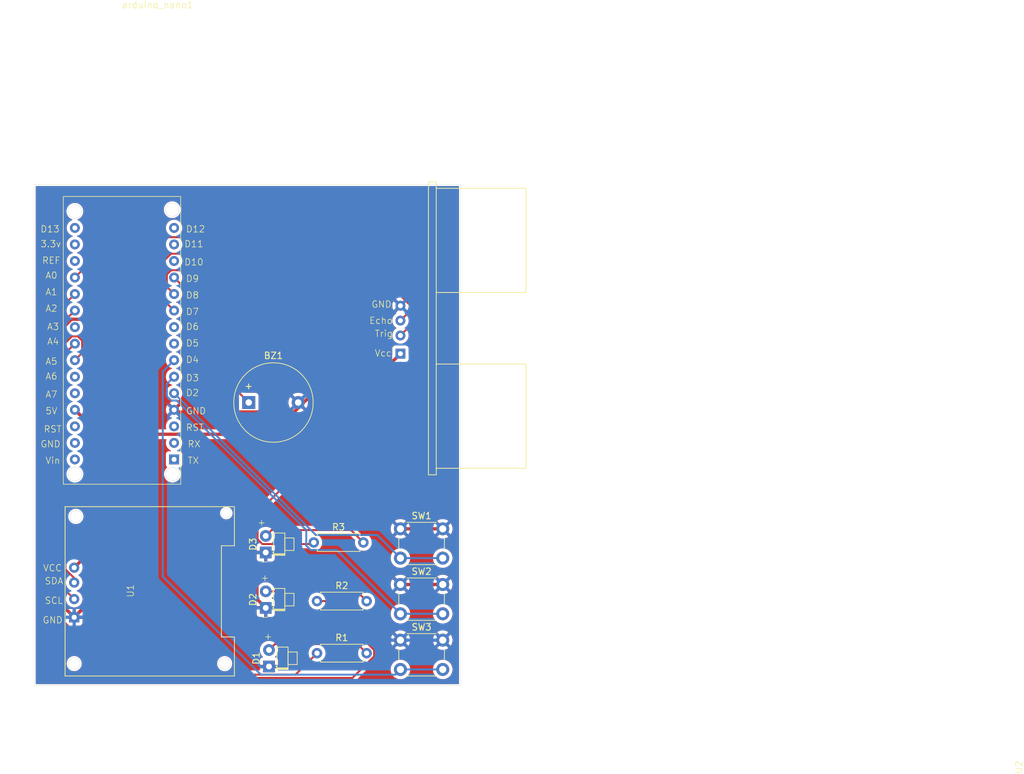
<source format=kicad_pcb>
(kicad_pcb (version 20240108) (generator "pcbnew") (generator_version "8.0")
  (layers (0 "F.Cu" signal) (31 "B.Cu" signal) (34 "B.Paste" user) (35 "F.Paste" user) (36 "B.SilkS" user "B.Silkscreen") (37 "F.SilkS" user "F.Silkscreen") (38 "B.Mask" user) (39 "F.Mask" user) (44 "Edge.Cuts" user))
  (net 0 "")
  (net 3 "SDA")
  (net 4 "LED2")
  (net 6 "GND")
  (net 7 "LED1")
  (net 8 "VCC")
  (net 12 "BUZZER")
  (net 14 "SCL")
  (net 15 "LOCK2")
  (net 19 "TRIGG")
  (net 20 "LED3")
  (net 21 "echo")
  (net 28 "LOCK1")
  (net 29 "LOCK3")
  (net 31 "Net-(D1-A)")
  (net 32 "Net-(D2-A)")
  (net 33 "Net-(D3-A)")
  (footprint "LED_THT:LED_D1.8mm_W1.8mm_H2.4mm_Horizontal_O1.27mm_Z1.6mm" (layer "F.Cu") (at 169.815 133.55 90)
    (property "Reference" "D1" (at 1.27 -1.96 90) (layer "F.SilkS"))
    (property "Value" "LED")
    (fp_line (start 2.54 1.08) (end 2.54 1.08) (stroke (width 0.12)) (layer "F.SilkS"))
    (fp_line (start 2.54 1.08) (end 2.54 1.21) (stroke (width 0.12)) (layer "F.SilkS"))
    (fp_line (start 0 1.08) (end 0 1.08) (stroke (width 0.12)) (layer "F.SilkS"))
    (fp_line (start 0 1.08) (end 0 1.21) (stroke (width 0.12)) (layer "F.SilkS"))
    (fp_line (start 2.98 1.21) (end -0.44 1.21) (stroke (width 0.12)) (layer "F.SilkS"))
    (fp_line (start 2.54 1.21) (end 2.54 1.08) (stroke (width 0.12)) (layer "F.SilkS"))
    (fp_line (start 2.54 1.21) (end 2.54 1.21) (stroke (width 0.12)) (layer "F.SilkS"))
    (fp_line (start 0 1.21) (end 0 1.08) (stroke (width 0.12)) (layer "F.SilkS"))
    (fp_line (start 0 1.21) (end 0 1.21) (stroke (width 0.12)) (layer "F.SilkS"))
    (fp_line (start -0.2 1.21) (end -0.2 2.93) (stroke (width 0.12)) (layer "F.SilkS"))
    (fp_line (start -0.32 1.21) (end -0.32 2.93) (stroke (width 0.12)) (layer "F.SilkS"))
    (fp_line (start -0.44 1.21) (end -0.44 2.93) (stroke (width 0.12)) (layer "F.SilkS"))
    (fp_line (start 2.98 2.93) (end 2.98 1.21) (stroke (width 0.12)) (layer "F.SilkS"))
    (fp_line (start 2.23 2.93) (end 0.31 2.93) (stroke (width 0.12)) (layer "F.SilkS"))
    (fp_line (start 0.31 2.93) (end 0.31 4.33) (stroke (width 0.12)) (layer "F.SilkS"))
    (fp_line (start -0.44 2.93) (end 2.98 2.93) (stroke (width 0.12)) (layer "F.SilkS"))
    (fp_line (start 2.23 4.33) (end 2.23 2.93) (stroke (width 0.12)) (layer "F.SilkS"))
    (fp_line (start 0.31 4.33) (end 2.23 4.33) (stroke (width 0.12)) (layer "F.SilkS"))
    (pad "1" thru_hole rect (at 0 0 90) (size 1.8 1.8) (drill 0.9) (layers "*.Cu" "*.Mask") (net 6 "GND"))
    (pad "2" thru_hole circle (at 2.54 0 90) (size 1.8 1.8) (drill 0.9) (layers "*.Cu" "*.Mask") (net 31 "Net-(D1-A)"))
  )
  (footprint "LED_THT:LED_D1.8mm_W1.8mm_H2.4mm_Horizontal_O1.27mm_Z1.6mm" (layer "F.Cu") (at 169.315 124.54 90)
    (property "Reference" "D2" (at 1.27 -1.96 90) (layer "F.SilkS"))
    (property "Value" "LED")
    (fp_line (start 2.54 1.08) (end 2.54 1.08) (stroke (width 0.12)) (layer "F.SilkS"))
    (fp_line (start 2.54 1.08) (end 2.54 1.21) (stroke (width 0.12)) (layer "F.SilkS"))
    (fp_line (start 0 1.08) (end 0 1.08) (stroke (width 0.12)) (layer "F.SilkS"))
    (fp_line (start 0 1.08) (end 0 1.21) (stroke (width 0.12)) (layer "F.SilkS"))
    (fp_line (start 2.98 1.21) (end -0.44 1.21) (stroke (width 0.12)) (layer "F.SilkS"))
    (fp_line (start 2.54 1.21) (end 2.54 1.08) (stroke (width 0.12)) (layer "F.SilkS"))
    (fp_line (start 2.54 1.21) (end 2.54 1.21) (stroke (width 0.12)) (layer "F.SilkS"))
    (fp_line (start 0 1.21) (end 0 1.08) (stroke (width 0.12)) (layer "F.SilkS"))
    (fp_line (start 0 1.21) (end 0 1.21) (stroke (width 0.12)) (layer "F.SilkS"))
    (fp_line (start -0.2 1.21) (end -0.2 2.93) (stroke (width 0.12)) (layer "F.SilkS"))
    (fp_line (start -0.32 1.21) (end -0.32 2.93) (stroke (width 0.12)) (layer "F.SilkS"))
    (fp_line (start -0.44 1.21) (end -0.44 2.93) (stroke (width 0.12)) (layer "F.SilkS"))
    (fp_line (start 2.98 2.93) (end 2.98 1.21) (stroke (width 0.12)) (layer "F.SilkS"))
    (fp_line (start 2.23 2.93) (end 0.31 2.93) (stroke (width 0.12)) (layer "F.SilkS"))
    (fp_line (start 0.31 2.93) (end 0.31 4.33) (stroke (width 0.12)) (layer "F.SilkS"))
    (fp_line (start -0.44 2.93) (end 2.98 2.93) (stroke (width 0.12)) (layer "F.SilkS"))
    (fp_line (start 2.23 4.33) (end 2.23 2.93) (stroke (width 0.12)) (layer "F.SilkS"))
    (fp_line (start 0.31 4.33) (end 2.23 4.33) (stroke (width 0.12)) (layer "F.SilkS"))
    (pad "1" thru_hole rect (at 0 0 90) (size 1.8 1.8) (drill 0.9) (layers "*.Cu" "*.Mask") (net 6 "GND"))
    (pad "2" thru_hole circle (at 2.54 0 90) (size 1.8 1.8) (drill 0.9) (layers "*.Cu" "*.Mask") (net 32 "Net-(D2-A)"))
  )
  (footprint "Resistor_THT:R_Axial_DIN0207_L6.3mm_D2.5mm_P7.62mm_Horizontal" (layer "F.Cu") (at 177.19 131.5)
    (property "Reference" "R1" (at 3.81 -2.37 0) (layer "F.SilkS"))
    (property "Value" "R")
    (fp_line (start 0.54 -1.37) (end 7.08 -1.37) (stroke (width 0.12)) (layer "F.SilkS"))
    (fp_line (start 0.54 -1.04) (end 0.54 -1.37) (stroke (width 0.12)) (layer "F.SilkS"))
    (fp_line (start 0.54 1.04) (end 0.54 1.37) (stroke (width 0.12)) (layer "F.SilkS"))
    (fp_line (start 0.54 1.37) (end 7.08 1.37) (stroke (width 0.12)) (layer "F.SilkS"))
    (fp_line (start 7.08 -1.37) (end 7.08 -1.04) (stroke (width 0.12)) (layer "F.SilkS"))
    (fp_line (start 7.08 1.37) (end 7.08 1.04) (stroke (width 0.12)) (layer "F.SilkS"))
    (pad "1" thru_hole circle (at 0 0) (size 1.6 1.6) (drill 0.8) (layers "*.Cu" "*.Mask") (net 7 "LED1"))
    (pad "2" thru_hole oval (at 7.62 0) (size 1.6 1.6) (drill 0.8) (layers "*.Cu" "*.Mask") (net 31 "Net-(D1-A)"))
  )
  (footprint "Button_Switch_THT:SW_PUSH_6mm_H8mm" (layer "F.Cu") (at 190 120.95)
    (property "Reference" "SW2" (at 3.25 -2 0) (layer "F.SilkS"))
    (property "Value" "SW_Push")
    (fp_line (start -0.25 1.5) (end -0.25 3) (stroke (width 0.12)) (layer "F.SilkS"))
    (fp_line (start 1 5.5) (end 5.5 5.5) (stroke (width 0.12)) (layer "F.SilkS"))
    (fp_line (start 5.5 -1) (end 1 -1) (stroke (width 0.12)) (layer "F.SilkS"))
    (fp_line (start 6.75 3) (end 6.75 1.5) (stroke (width 0.12)) (layer "F.SilkS"))
    (pad "1" thru_hole circle (at 0 0 90) (size 2 2) (drill 1.1) (layers "*.Cu" "*.Mask") (net 6 "GND"))
    (pad "1" thru_hole circle (at 6.5 0 90) (size 2 2) (drill 1.1) (layers "*.Cu" "*.Mask") (net 6 "GND"))
    (pad "2" thru_hole circle (at 0 4.5 90) (size 2 2) (drill 1.1) (layers "*.Cu" "*.Mask") (net 15 "LOCK2"))
    (pad "2" thru_hole circle (at 6.5 4.5 90) (size 2 2) (drill 1.1) (layers "*.Cu" "*.Mask") (net 15 "LOCK2"))
  )
  (footprint "Sensor:HC-SR04" (layer "F.Cu") (at 198.89 80.42)
    (property "Reference" "U2" (at 86.127 68.599 90) (layer "F.SilkS") (effects (font (thickness 0.1))))
    (property "Value" "HC-SR04")
    (fp_line (start -4.586 -21.32) (end -3.386 -21.32) (stroke (width 0.127)) (layer "F.SilkS"))
    (fp_line (start -4.586 23.68) (end -4.586 -21.32) (stroke (width 0.127)) (layer "F.SilkS"))
    (fp_line (start -3.386 -21.32) (end -3.386 -20.32) (stroke (width 0.127)) (layer "F.SilkS"))
    (fp_line (start -3.386 -20.32) (end -3.386 -4.32) (stroke (width 0.127)) (layer "F.SilkS"))
    (fp_line (start -3.386 -20.32) (end 10.414 -20.32) (stroke (width 0.127)) (layer "F.SilkS"))
    (fp_line (start -3.386 -4.32) (end -3.386 6.68) (stroke (width 0.127)) (layer "F.SilkS"))
    (fp_line (start -3.386 -4.32) (end 10.414 -4.32) (stroke (width 0.127)) (layer "F.SilkS"))
    (fp_line (start -3.386 6.68) (end -3.386 22.68) (stroke (width 0.127)) (layer "F.SilkS"))
    (fp_line (start -3.386 6.68) (end 10.414 6.68) (stroke (width 0.127)) (layer "F.SilkS"))
    (fp_line (start -3.386 22.68) (end -3.386 23.68) (stroke (width 0.127)) (layer "F.SilkS"))
    (fp_line (start -3.386 22.68) (end 10.414 22.68) (stroke (width 0.127)) (layer "F.SilkS"))
    (fp_line (start -3.386 23.68) (end -4.586 23.68) (stroke (width 0.127)) (layer "F.SilkS"))
    (fp_line (start 10.414 -4.32) (end 10.414 -20.32) (stroke (width 0.127)) (layer "F.SilkS"))
    (fp_line (start 10.414 22.68) (end 10.414 6.68) (stroke (width 0.127)) (layer "F.SilkS"))
    (fp_text user "Echo" (at -13.716 0.58 0) (layer "F.SilkS") (effects (font (thickness 0.1)) (justify left bottom)))
    (fp_text user "Trig" (at -12.89 2.58 0) (layer "F.SilkS") (effects (font (thickness 0.1)) (justify left bottom)))
    (fp_text user "Vcc" (at -12.89 5.58 0) (layer "F.SilkS") (effects (font (thickness 0.1)) (justify left bottom)))
    (fp_text user "GND" (at -13.39 -1.92 0) (layer "F.SilkS") (effects (font (thickness 0.1)) (justify left bottom)))
    (pad "1" thru_hole rect (at -8.89 5.08) (size 1.524 1.524) (drill 0.762) (layers "*.Cu" "*.Mask") (net 8 "VCC"))
    (pad "2" thru_hole circle (at -8.89 2.286) (size 1.524 1.524) (drill 0.762) (layers "*.Cu" "*.Mask") (net 19 "TRIGG"))
    (pad "3" thru_hole circle (at -8.89 0) (size 1.524 1.524) (drill 0.762) (layers "*.Cu" "*.Mask") (net 21 "echo"))
    (pad "4" thru_hole circle (at -8.89 -2.286) (size 1.524 1.524) (drill 0.762) (layers "*.Cu" "*.Mask") (net 6 "GND"))
  )
  (footprint "Resistor_THT:R_Axial_DIN0207_L6.3mm_D2.5mm_P7.62mm_Horizontal" (layer "F.Cu") (at 176.69 114.5)
    (property "Reference" "R3" (at 3.81 -2.37 0) (layer "F.SilkS"))
    (property "Value" "R")
    (fp_line (start 0.54 -1.37) (end 7.08 -1.37) (stroke (width 0.12)) (layer "F.SilkS"))
    (fp_line (start 0.54 -1.04) (end 0.54 -1.37) (stroke (width 0.12)) (layer "F.SilkS"))
    (fp_line (start 0.54 1.04) (end 0.54 1.37) (stroke (width 0.12)) (layer "F.SilkS"))
    (fp_line (start 0.54 1.37) (end 7.08 1.37) (stroke (width 0.12)) (layer "F.SilkS"))
    (fp_line (start 7.08 -1.37) (end 7.08 -1.04) (stroke (width 0.12)) (layer "F.SilkS"))
    (fp_line (start 7.08 1.37) (end 7.08 1.04) (stroke (width 0.12)) (layer "F.SilkS"))
    (pad "1" thru_hole circle (at 0 0) (size 1.6 1.6) (drill 0.8) (layers "*.Cu" "*.Mask") (net 20 "LED3"))
    (pad "2" thru_hole oval (at 7.62 0) (size 1.6 1.6) (drill 0.8) (layers "*.Cu" "*.Mask") (net 33 "Net-(D3-A)"))
  )
  (footprint "Button_Switch_THT:SW_PUSH_6mm_H8mm" (layer "F.Cu") (at 190 129.5)
    (property "Reference" "SW3" (at 3.25 -2 0) (layer "F.SilkS"))
    (property "Value" "SW_Push")
    (fp_line (start -0.25 1.5) (end -0.25 3) (stroke (width 0.12)) (layer "F.SilkS"))
    (fp_line (start 1 5.5) (end 5.5 5.5) (stroke (width 0.12)) (layer "F.SilkS"))
    (fp_line (start 5.5 -1) (end 1 -1) (stroke (width 0.12)) (layer "F.SilkS"))
    (fp_line (start 6.75 3) (end 6.75 1.5) (stroke (width 0.12)) (layer "F.SilkS"))
    (pad "1" thru_hole circle (at 0 0 90) (size 2 2) (drill 1.1) (layers "*.Cu" "*.Mask") (net 6 "GND"))
    (pad "1" thru_hole circle (at 6.5 0 90) (size 2 2) (drill 1.1) (layers "*.Cu" "*.Mask") (net 6 "GND"))
    (pad "2" thru_hole circle (at 0 4.5 90) (size 2 2) (drill 1.1) (layers "*.Cu" "*.Mask") (net 29 "LOCK3"))
    (pad "2" thru_hole circle (at 6.5 4.5 90) (size 2 2) (drill 1.1) (layers "*.Cu" "*.Mask") (net 29 "LOCK3"))
  )
  (footprint "Buzzer_Beeper:Buzzer_12x9.5RM7.6" (layer "F.Cu") (at 166.7 93)
    (property "Reference" "BZ1" (at 3.8 -7.2 0) (layer "F.SilkS"))
    (property "Value" "Buzzer")
    (fp_circle (center 3.8 0) (end 9.9 0) (stroke (width 0.12)) (fill none) (layer "F.SilkS"))
    (fp_text user "+" (at -0.01 -2.54 0) (layer "F.SilkS"))
    (pad "1" thru_hole rect (at 0 0) (size 2 2) (drill 1) (layers "*.Cu" "*.Mask") (net 12 "BUZZER"))
    (pad "2" thru_hole circle (at 7.6 0) (size 2 2) (drill 1) (layers "*.Cu" "*.Mask") (net 6 "GND"))
  )
  (footprint "arduino nano footprint:arduino nano footprint" (layer "F.Cu") (at 147.62 83.96)
    (property "Reference" "arduino_nano1" (at 5.08 -52.022 0) (layer "F.SilkS") (effects (font (thickness 0.1))))
    (property "Value" "~")
    (fp_rect (start -9.398 -22.606) (end 8.636 21.59) (stroke (width 0.1)) (fill none) (layer "F.SilkS"))
    (fp_circle (center -7.62 -20.32) (end -6.604 -20.574) (stroke (width 0.05)) (fill none) (layer "Edge.Cuts"))
    (fp_circle (center -7.62 20.034732) (end -6.604 19.780732) (stroke (width 0.05)) (fill none) (layer "Edge.Cuts"))
    (fp_circle (center 7.334732 -20.574) (end 8.350732 -20.828) (stroke (width 0.05)) (fill none) (layer "Edge.Cuts"))
    (fp_circle (center 7.366 20.034732) (end 8.382 19.780732) (stroke (width 0.05)) (fill none) (layer "Edge.Cuts"))
    (fp_text user "A6" (at -12.192 5.588 0) (layer "F.SilkS") (effects (font (thickness 0.1)) (justify left bottom)))
    (fp_text user "D5" (at 9.398 0.508 0) (layer "F.SilkS") (effects (font (thickness 0.1)) (justify left bottom)))
    (fp_text user "TX" (at 9.652 18.542 0) (layer "F.SilkS") (effects (font (thickness 0.1)) (justify left bottom)))
    (fp_text user "3.3v" (at -12.954 -14.732 0) (layer "F.SilkS") (effects (font (thickness 0.1)) (justify left bottom)))
    (fp_text user "RX" (at 9.652 16.002 0) (layer "F.SilkS") (effects (font (thickness 0.1)) (justify left bottom)))
    (fp_text user "D9" (at 9.398 -9.398 0) (layer "F.SilkS") (effects (font (thickness 0.1)) (justify left bottom)))
    (fp_text user "5V" (at -12.192 10.922 0) (layer "F.SilkS") (effects (font (thickness 0.1)) (justify left bottom)))
    (fp_text user "GND" (at -12.954 16.002 0) (layer "F.SilkS") (effects (font (thickness 0.1)) (justify left bottom)))
    (fp_text user "D13" (at -12.954 -17.018 0) (layer "F.SilkS") (effects (font (thickness 0.1)) (justify left bottom)))
    (fp_text user "RST" (at -12.446 13.716 0) (layer "F.SilkS") (effects (font (thickness 0.1)) (justify left bottom)))
    (fp_text user "A1" (at -12.192 -7.366 0) (layer "F.SilkS") (effects (font (thickness 0.1)) (justify left bottom)))
    (fp_text user "A0" (at -12.192 -9.906 0) (layer "F.SilkS") (effects (font (thickness 0.1)) (justify left bottom)))
    (fp_text user "A2" (at -12.192 -4.826 0) (layer "F.SilkS") (effects (font (thickness 0.1)) (justify left bottom)))
    (fp_text user "D2" (at 9.398 8.128 0) (layer "F.SilkS") (effects (font (thickness 0.1)) (justify left bottom)))
    (fp_text user "D8" (at 9.398 -6.858 0) (layer "F.SilkS") (effects (font (thickness 0.1)) (justify left bottom)))
    (fp_text user "Vin" (at -12.192 18.542 0) (layer "F.SilkS") (effects (font (thickness 0.1)) (justify left bottom)))
    (fp_text user "RST" (at 9.398 13.462 0) (layer "F.SilkS") (effects (font (thickness 0.1)) (justify left bottom)))
    (fp_text user "REF" (at -12.7 -12.192 0) (layer "F.SilkS") (effects (font (thickness 0.1)) (justify left bottom)))
    (fp_text user "D6" (at 9.398 -2.032 0) (layer "F.SilkS") (effects (font (thickness 0.1)) (justify left bottom)))
    (fp_text user "A3" (at -11.938 -2.032 0) (layer "F.SilkS") (effects (font (thickness 0.1)) (justify left bottom)))
    (fp_text user "D3" (at 9.398 5.842 0) (layer "F.SilkS") (effects (font (thickness 0.1)) (justify left bottom)))
    (fp_text user "A4" (at -11.938 0.254 0) (layer "F.SilkS") (effects (font (thickness 0.1)) (justify left bottom)))
    (fp_text user "D7" (at 9.398 -4.318 0) (layer "F.SilkS") (effects (font (thickness 0.1)) (justify left bottom)))
    (fp_text user "A7" (at -12.192 8.382 0) (layer "F.SilkS") (effects (font (thickness 0.1)) (justify left bottom)))
    (fp_text user "D11" (at 9.144 -14.732 0) (layer "F.SilkS") (effects (font (thickness 0.1)) (justify left bottom)))
    (fp_text user "GND" (at 9.398 10.922 0) (layer "F.SilkS") (effects (font (thickness 0.1)) (justify left bottom)))
    (fp_text user "D12" (at 9.398 -17.018 0) (layer "F.SilkS") (effects (font (thickness 0.1)) (justify left bottom)))
    (fp_text user "D4" (at 9.398 3.048 0) (layer "F.SilkS") (effects (font (thickness 0.1)) (justify left bottom)))
    (fp_text user "D10" (at 9.144 -11.938 0) (layer "F.SilkS") (effects (font (thickness 0.1)) (justify left bottom)))
    (fp_text user "A5" (at -12.192 3.302 0) (layer "F.SilkS") (effects (font (thickness 0.1)) (justify left bottom)))
    (pad "1" thru_hole rect (at 7.62 17.78) (size 1.524 1.524) (drill 0.762) (layers "*.Cu" "*.Mask"))
    (pad "2" thru_hole circle (at 7.62 15.24) (size 1.524 1.524) (drill 0.762) (layers "*.Cu" "*.Mask"))
    (pad "3" thru_hole circle (at 7.62 12.7) (size 1.524 1.524) (drill 0.762) (layers "*.Cu" "*.Mask"))
    (pad "4" thru_hole circle (at 7.62 10.16) (size 1.524 1.524) (drill 0.762) (layers "*.Cu" "*.Mask") (net 6 "GND"))
    (pad "5" thru_hole circle (at 7.62 7.62) (size 1.524 1.524) (drill 0.762) (layers "*.Cu" "*.Mask") (net 28 "LOCK1"))
    (pad "6" thru_hole circle (at 7.62 5.08) (size 1.524 1.524) (drill 0.762) (layers "*.Cu" "*.Mask") (net 15 "LOCK2"))
    (pad "7" thru_hole circle (at 7.62 2.54) (size 1.524 1.524) (drill 0.762) (layers "*.Cu" "*.Mask") (net 29 "LOCK3"))
    (pad "8" thru_hole circle (at 7.62 0) (size 1.524 1.524) (drill 0.762) (layers "*.Cu" "*.Mask"))
    (pad "9" thru_hole circle (at 7.62 -2.54) (size 1.524 1.524) (drill 0.762) (layers "*.Cu" "*.Mask"))
    (pad "10" thru_hole circle (at 7.62 -5.08 90) (size 1.524 1.524) (drill 0.762) (layers "*.Cu" "*.Mask") (net 19 "TRIGG"))
    (pad "11" thru_hole circle (at 7.62 -7.62) (size 1.524 1.524) (drill 0.762) (layers "*.Cu" "*.Mask") (net 21 "echo"))
    (pad "12" thru_hole circle (at 7.62 -10.16) (size 1.524 1.524) (drill 0.762) (layers "*.Cu" "*.Mask") (net 12 "BUZZER"))
    (pad "13" thru_hole circle (at 7.62 -12.7) (size 1.524 1.524) (drill 0.762) (layers "*.Cu" "*.Mask"))
    (pad "14" thru_hole circle (at 7.62 -15.24) (size 1.524 1.524) (drill 0.762) (layers "*.Cu" "*.Mask"))
    (pad "15" thru_hole circle (at 7.62 -17.78) (size 1.524 1.524) (drill 0.762) (layers "*.Cu" "*.Mask"))
    (pad "16" thru_hole circle (at -7.62 -17.78) (size 1.524 1.524) (drill 0.762) (layers "*.Cu" "*.Mask"))
    (pad "17" thru_hole circle (at -7.62 -15.24) (size 1.524 1.524) (drill 0.762) (layers "*.Cu" "*.Mask"))
    (pad "18" thru_hole circle (at -7.62 -12.7) (size 1.524 1.524) (drill 0.762) (layers "*.Cu" "*.Mask"))
    (pad "19" thru_hole circle (at -7.62 -10.16) (size 1.524 1.524) (drill 0.762) (layers "*.Cu" "*.Mask") (net 20 "LED3"))
    (pad "20" thru_hole circle (at -7.62 -7.62) (size 1.524 1.524) (drill 0.762) (layers "*.Cu" "*.Mask") (net 4 "LED2"))
    (pad "21" thru_hole circle (at -7.62 -5.08) (size 1.524 1.524) (drill 0.762) (layers "*.Cu" "*.Mask") (net 7 "LED1"))
    (pad "22" thru_hole circle (at -7.62 -2.54) (size 1.524 1.524) (drill 0.762) (layers "*.Cu" "*.Mask"))
    (pad "23" thru_hole circle (at -7.62 0) (size 1.524 1.524) (drill 0.762) (layers "*.Cu" "*.Mask") (net 3 "SDA"))
    (pad "24" thru_hole circle (at -7.62 2.54) (size 1.524 1.524) (drill 0.762) (layers "*.Cu" "*.Mask") (net 14 "SCL"))
    (pad "25" thru_hole circle (at -7.62 5.08 90) (size 1.524 1.524) (drill 0.762) (layers "*.Cu" "*.Mask"))
    (pad "26" thru_hole circle (at -7.62 7.62) (size 1.524 1.524) (drill 0.762) (layers "*.Cu" "*.Mask"))
    (pad "27" thru_hole circle (at -7.62 10.16) (size 1.524 1.524) (drill 0.762) (layers "*.Cu" "*.Mask") (net 8 "VCC"))
    (pad "28" thru_hole circle (at -7.62 12.7) (size 1.524 1.524) (drill 0.762) (layers "*.Cu" "*.Mask"))
    (pad "29" thru_hole circle (at -7.62 15.24 90) (size 1.524 1.524) (drill 0.762) (layers "*.Cu" "*.Mask"))
    (pad "30" thru_hole circle (at -7.62 17.78) (size 1.524 1.524) (drill 0.762) (layers "*.Cu" "*.Mask"))
  )
  (footprint "Display:I2C_LCD(OLED)" (layer "F.Cu") (at 151.324 119.636)
    (property "Reference" "U1" (at -2.786 2.286 90) (layer "F.SilkS") (effects (font (thickness 0.1))))
    (property "Value" "DM-OLED096-636")
    (fp_line (start -12.824 -10.636) (end 13.176 -10.636) (stroke (width 0.127)) (layer "F.SilkS"))
    (fp_line (start -12.824 15.364) (end -12.824 -10.636) (stroke (width 0.127)) (layer "F.SilkS"))
    (fp_line (start 11.176 -4.636) (end 11.176 9.364) (stroke (width 0.127)) (layer "F.SilkS"))
    (fp_line (start 11.176 9.364) (end 13.176 9.364) (stroke (width 0.127)) (layer "F.SilkS"))
    (fp_line (start 13.176 -10.636) (end 13.176 -4.636) (stroke (width 0.127)) (layer "F.SilkS"))
    (fp_line (start 13.176 -4.636) (end 11.176 -4.636) (stroke (width 0.127)) (layer "F.SilkS"))
    (fp_line (start 13.176 9.364) (end 13.176 15.364) (stroke (width 0.127)) (layer "F.SilkS"))
    (fp_line (start 13.176 15.364) (end -12.824 15.364) (stroke (width 0.127)) (layer "F.SilkS"))
    (fp_circle (center -11.43 13.462) (end -10.668 12.954) (stroke (width 0.05)) (fill none) (layer "Edge.Cuts"))
    (fp_circle (center -11.176 -9.144) (end -10.414 -8.636) (stroke (width 0.05)) (fill none) (layer "Edge.Cuts"))
    (fp_circle (center 11.684 13.462) (end 11.176 12.7) (stroke (width 0.05)) (fill none) (layer "Edge.Cuts"))
    (fp_circle (center 11.938 -9.652) (end 12.446 -9.144) (stroke (width 0.05)) (fill none) (layer "Edge.Cuts"))
    (fp_text user "SDA" (at -16.002 1.364 0) (layer "F.SilkS") (effects (font (thickness 0.1)) (justify left bottom)))
    (fp_text user "VCC" (at -16.256 -0.636 0) (layer "F.SilkS") (effects (font (thickness 0.1)) (justify left bottom)))
    (fp_text user "SCL" (at -16.002 4.364 0) (layer "F.SilkS") (effects (font (thickness 0.1)) (justify left bottom)))
    (fp_text user "GND" (at -16.324 7.364 0) (layer "F.SilkS") (effects (font (thickness 0.1)) (justify left bottom)))
    (pad "1" thru_hole rect (at -11.43 6.35) (size 1.56 1.56) (drill 0.78) (layers "*.Cu" "*.Mask") (net 6 "GND"))
    (pad "2" thru_hole circle (at -11.43 3.556) (size 1.56 1.56) (drill 0.78) (layers "*.Cu" "*.Mask") (net 14 "SCL"))
    (pad "3" thru_hole circle (at -11.43 1.016) (size 1.56 1.56) (drill 0.78) (layers "*.Cu" "*.Mask") (net 3 "SDA"))
    (pad "4" thru_hole circle (at -11.43 -1.27) (size 1.56 1.56) (drill 0.78) (layers "*.Cu" "*.Mask") (net 8 "VCC"))
  )
  (footprint "LED_THT:LED_D1.8mm_W1.8mm_H2.4mm_Horizontal_O1.27mm_Z1.6mm" (layer "F.Cu") (at 169.315 116.03 90)
    (property "Reference" "D3" (at 1.27 -1.96 90) (layer "F.SilkS"))
    (property "Value" "LED")
    (fp_line (start 2.54 1.08) (end 2.54 1.08) (stroke (width 0.12)) (layer "F.SilkS"))
    (fp_line (start 2.54 1.08) (end 2.54 1.21) (stroke (width 0.12)) (layer "F.SilkS"))
    (fp_line (start 0 1.08) (end 0 1.08) (stroke (width 0.12)) (layer "F.SilkS"))
    (fp_line (start 0 1.08) (end 0 1.21) (stroke (width 0.12)) (layer "F.SilkS"))
    (fp_line (start 2.98 1.21) (end -0.44 1.21) (stroke (width 0.12)) (layer "F.SilkS"))
    (fp_line (start 2.54 1.21) (end 2.54 1.08) (stroke (width 0.12)) (layer "F.SilkS"))
    (fp_line (start 2.54 1.21) (end 2.54 1.21) (stroke (width 0.12)) (layer "F.SilkS"))
    (fp_line (start 0 1.21) (end 0 1.08) (stroke (width 0.12)) (layer "F.SilkS"))
    (fp_line (start 0 1.21) (end 0 1.21) (stroke (width 0.12)) (layer "F.SilkS"))
    (fp_line (start -0.2 1.21) (end -0.2 2.93) (stroke (width 0.12)) (layer "F.SilkS"))
    (fp_line (start -0.32 1.21) (end -0.32 2.93) (stroke (width 0.12)) (layer "F.SilkS"))
    (fp_line (start -0.44 1.21) (end -0.44 2.93) (stroke (width 0.12)) (layer "F.SilkS"))
    (fp_line (start 2.98 2.93) (end 2.98 1.21) (stroke (width 0.12)) (layer "F.SilkS"))
    (fp_line (start 2.23 2.93) (end 0.31 2.93) (stroke (width 0.12)) (layer "F.SilkS"))
    (fp_line (start 0.31 2.93) (end 0.31 4.33) (stroke (width 0.12)) (layer "F.SilkS"))
    (fp_line (start -0.44 2.93) (end 2.98 2.93) (stroke (width 0.12)) (layer "F.SilkS"))
    (fp_line (start 2.23 4.33) (end 2.23 2.93) (stroke (width 0.12)) (layer "F.SilkS"))
    (fp_line (start 0.31 4.33) (end 2.23 4.33) (stroke (width 0.12)) (layer "F.SilkS"))
    (pad "1" thru_hole rect (at 0 0 90) (size 1.8 1.8) (drill 0.9) (layers "*.Cu" "*.Mask") (net 6 "GND"))
    (pad "2" thru_hole circle (at 2.54 0 90) (size 1.8 1.8) (drill 0.9) (layers "*.Cu" "*.Mask") (net 33 "Net-(D3-A)"))
  )
  (footprint "Resistor_THT:R_Axial_DIN0207_L6.3mm_D2.5mm_P7.62mm_Horizontal" (layer "F.Cu") (at 177.19 123.5)
    (property "Reference" "R2" (at 3.81 -2.37 0) (layer "F.SilkS"))
    (property "Value" "R")
    (fp_line (start 0.54 -1.37) (end 7.08 -1.37) (stroke (width 0.12)) (layer "F.SilkS"))
    (fp_line (start 0.54 -1.04) (end 0.54 -1.37) (stroke (width 0.12)) (layer "F.SilkS"))
    (fp_line (start 0.54 1.04) (end 0.54 1.37) (stroke (width 0.12)) (layer "F.SilkS"))
    (fp_line (start 0.54 1.37) (end 7.08 1.37) (stroke (width 0.12)) (layer "F.SilkS"))
    (fp_line (start 7.08 -1.37) (end 7.08 -1.04) (stroke (width 0.12)) (layer "F.SilkS"))
    (fp_line (start 7.08 1.37) (end 7.08 1.04) (stroke (width 0.12)) (layer "F.SilkS"))
    (pad "1" thru_hole circle (at 0 0) (size 1.6 1.6) (drill 0.8) (layers "*.Cu" "*.Mask") (net 4 "LED2"))
    (pad "2" thru_hole oval (at 7.62 0) (size 1.6 1.6) (drill 0.8) (layers "*.Cu" "*.Mask") (net 32 "Net-(D2-A)"))
  )
  (footprint "Button_Switch_THT:SW_PUSH_6mm_H8mm" (layer "F.Cu") (at 190 112.4)
    (property "Reference" "SW1" (at 3.25 -2 0) (layer "F.SilkS"))
    (property "Value" "SW_Push")
    (fp_line (start -0.25 1.5) (end -0.25 3) (stroke (width 0.12)) (layer "F.SilkS"))
    (fp_line (start 1 5.5) (end 5.5 5.5) (stroke (width 0.12)) (layer "F.SilkS"))
    (fp_line (start 5.5 -1) (end 1 -1) (stroke (width 0.12)) (layer "F.SilkS"))
    (fp_line (start 6.75 3) (end 6.75 1.5) (stroke (width 0.12)) (layer "F.SilkS"))
    (pad "1" thru_hole circle (at 0 0 90) (size 2 2) (drill 1.1) (layers "*.Cu" "*.Mask") (net 6 "GND"))
    (pad "1" thru_hole circle (at 6.5 0 90) (size 2 2) (drill 1.1) (layers "*.Cu" "*.Mask") (net 6 "GND"))
    (pad "2" thru_hole circle (at 0 4.5 90) (size 2 2) (drill 1.1) (layers "*.Cu" "*.Mask") (net 28 "LOCK1"))
    (pad "2" thru_hole circle (at 6.5 4.5 90) (size 2 2) (drill 1.1) (layers "*.Cu" "*.Mask") (net 28 "LOCK1"))
  )
  (gr_rect (start 133.75 59.5) (end 199.25 136.5) (stroke (width 0.05)) (fill none) (layer "Edge.Cuts"))
  (gr_text "-" (at 169 135.5 0) (layer "F.SilkS") (effects (font (size 1 1) (thickness 0.1)) (justify left bottom)))
  (gr_text "+" (at 169 129.5 0) (layer "F.SilkS") (effects (font (size 1 1) (thickness 0.1)) (justify left bottom)))
  (gr_text "-" (at 168.5 118 0) (layer "F.SilkS") (effects (font (size 1 1) (thickness 0.1)) (justify left bottom)))
  (gr_text "-" (at 168.5 126.5 0) (layer "F.SilkS") (effects (font (size 1 1) (thickness 0.1)) (justify left bottom)))
  (gr_text "+" (at 168 112 0) (layer "F.SilkS") (effects (font (size 1 1) (thickness 0.1)) (justify left bottom)))
  (gr_text "+" (at 168.5 120.5 0) (layer "F.SilkS") (effects (font (size 1 1) (thickness 0.1)) (justify left bottom)))
  (segment (start 138.545026 118.615088) (end 138.545026 85.414974) (width 0.3) (layer "F.Cu") (net 3))
  (segment (start 139.894 119.964062) (end 138.545026 118.615088) (width 0.3) (layer "F.Cu") (net 3))
  (segment (start 138.545026 85.414974) (end 140 83.96) (width 0.3) (layer "F.Cu") (net 3))
  (segment (start 139.894 120.652) (end 139.894 119.964062) (width 0.3) (layer "F.Cu") (net 3))
  (segment (start 177.19 123.5) (end 178.436346 123.5) (width 0.3) (layer "F.Cu") (net 4))
  (segment (start 185.96 131.976346) (end 182.636346 135.3) (width 0.3) (layer "F.Cu") (net 4))
  (segment (start 146.240894 135.3) (end 136.345026 125.404132) (width 0.3) (layer "F.Cu") (net 4))
  (segment (start 185.96 131.023654) (end 185.96 131.976346) (width 0.3) (layer "F.Cu") (net 4))
  (segment (start 178.436346 123.5) (end 185.96 131.023654) (width 0.3) (layer "F.Cu") (net 4))
  (segment (start 182.636346 135.3) (end 146.240894 135.3) (width 0.3) (layer "F.Cu") (net 4))
  (segment (start 136.345026 79.994974) (end 140 76.34) (width 0.3) (layer "F.Cu") (net 4))
  (segment (start 136.345026 125.404132) (end 136.345026 79.994974) (width 0.3) (layer "F.Cu") (net 4))
  (segment (start 189 119.95) (end 169.05 119.95) (width 0.5) (layer "F.Cu") (net 6))
  (segment (start 169.315 116.03) (end 149.85 116.03) (width 0.5) (layer "F.Cu") (net 6))
  (segment (start 169.815 133.55) (end 168.415 133.55) (width 0.5) (layer "F.Cu") (net 6))
  (segment (start 155.57 94.45) (end 155.24 94.12) (width 0.5) (layer "F.Cu") (net 6))
  (segment (start 190 112.4) (end 186.37 116.03) (width 0.5) (layer "F.Cu") (net 6))
  (segment (start 141.328 80.208) (end 155.24 94.12) (width 0.5) (layer "F.Cu") (net 6))
  (segment (start 190 78.134) (end 173.684 94.45) (width 0.5) (layer "F.Cu") (net 6))
  (segment (start 141.34 124.54) (end 139.894 125.986) (width 0.5) (layer "F.Cu") (net 6))
  (segment (start 172.418001 94.881999) (end 156.001999 94.881999) (width 0.5) (layer "F.Cu") (net 6))
  (segment (start 160.851 125.986) (end 139.894 125.986) (width 0.5) (layer "F.Cu") (net 6))
  (segment (start 149.85 116.03) (end 139.894 125.986) (width 0.5) (layer "F.Cu") (net 6))
  (segment (start 190 120.95) (end 189 119.95) (width 0.5) (layer "F.Cu") (net 6))
  (segment (start 156.001999 94.881999) (end 155.24 94.12) (width 0.5) (layer "F.Cu") (net 6))
  (segment (start 167.965 121.035) (end 167.965 123.19) (width 0.5) (layer "F.Cu") (net 6))
  (segment (start 186.37 116.03) (end 169.315 116.03) (width 0.5) (layer "F.Cu") (net 6))
  (segment (start 167.965 123.19) (end 169.315 124.54) (width 0.5) (layer "F.Cu") (net 6))
  (segment (start 169.315 124.54) (end 141.34 124.54) (width 0.5) (layer "F.Cu") (net 6))
  (segment (start 169.05 119.95) (end 167.965 121.035) (width 0.5) (layer "F.Cu") (net 6))
  (segment (start 173.684 94.45) (end 155.57 94.45) (width 0.5) (layer "F.Cu") (net 6))
  (segment (start 168.415 133.55) (end 160.851 125.986) (width 0.5) (layer "F.Cu") (net 6))
  (segment (start 137.445026 82.260947) (end 139.497973 80.208) (width 0.5) (layer "F.Cu") (net 6))
  (segment (start 139.497973 80.208) (end 141.328 80.208) (width 0.5) (layer "F.Cu") (net 6))
  (segment (start 196.5 112.4) (end 190 112.4) (width 0.5) (layer "F.Cu") (net 6))
  (segment (start 139.894 125.986) (end 137.445026 123.537026) (width 0.5) (layer "F.Cu") (net 6))
  (segment (start 137.445026 123.537026) (end 137.445026 82.260947) (width 0.5) (layer "F.Cu") (net 6))
  (segment (start 174.3 93) (end 172.418001 94.881999) (width 0.5) (layer "F.Cu") (net 6))
  (segment (start 196.5 120.95) (end 190 120.95) (width 0.5) (layer "F.Cu") (net 6))
  (segment (start 156.452 95.332) (end 155.24 94.12) (width 0.5) (layer "B.Cu") (net 6))
  (segment (start 156.452 97.366213) (end 156.452 95.332) (width 0.5) (layer "B.Cu") (net 6))
  (segment (start 196.5 129.5) (end 190 129.5) (width 0.5) (layer "B.Cu") (net 6))
  (segment (start 190 129.5) (end 188.585787 129.5) (width 0.5) (layer "B.Cu") (net 6))
  (segment (start 188.585787 129.5) (end 156.452 97.366213) (width 0.5) (layer "B.Cu") (net 6))
  (segment (start 136.845026 82.012419) (end 139.977445 78.88) (width 0.3) (layer "F.Cu") (net 7))
  (segment (start 136.845026 125.197026) (end 136.845026 82.012419) (width 0.3) (layer "F.Cu") (net 7))
  (segment (start 177.19 131.5) (end 173.89 134.8) (width 0.3) (layer "F.Cu") (net 7))
  (segment (start 146.448 134.8) (end 136.845026 125.197026) (width 0.3) (layer "F.Cu") (net 7))
  (segment (start 139.977445 78.88) (end 140 78.88) (width 0.3) (layer "F.Cu") (net 7))
  (segment (start 173.89 134.8) (end 146.448 134.8) (width 0.3) (layer "F.Cu") (net 7))
  (segment (start 177.628 97.872) (end 190 85.5) (width 0.5) (layer "F.Cu") (net 8))
  (segment (start 140 94.12) (end 143.752 97.872) (width 0.5) (layer "F.Cu") (net 8))
  (segment (start 139.894 118.366) (end 145.5 112.76) (width 0.5) (layer "F.Cu") (net 8))
  (segment (start 143.752 97.872) (end 177.628 97.872) (width 0.5) (layer "F.Cu") (net 8))
  (segment (start 145.5 99.62) (end 140 94.12) (width 0.5) (layer "F.Cu") (net 8))
  (segment (start 145.5 112.76) (end 145.5 99.62) (width 0.5) (layer "F.Cu") (net 8))
  (segment (start 161.5 80.06) (end 155.24 73.8) (width 0.3) (layer "F.Cu") (net 12))
  (segment (start 161.5 87.8) (end 161.5 80.06) (width 0.3) (layer "F.Cu") (net 12))
  (segment (start 166.7 93) (end 161.5 87.8) (width 0.3) (layer "F.Cu") (net 12))
  (segment (start 141.112 85.388) (end 140 86.5) (width 0.3) (layer "F.Cu") (net 14))
  (segment (start 138.045026 84.342368) (end 139.539394 82.848) (width 0.3) (layer "F.Cu") (net 14))
  (segment (start 140.460606 82.848) (end 141.112 83.499394) (width 0.3) (layer "F.Cu") (net 14))
  (segment (start 141.112 83.499394) (end 141.112 85.388) (width 0.3) (layer "F.Cu") (net 14))
  (segment (start 139.539394 82.848) (end 140.460606 82.848) (width 0.3) (layer "F.Cu") (net 14))
  (segment (start 139.894 123.192) (end 138.045026 121.343026) (width 0.3) (layer "F.Cu") (net 14))
  (segment (start 138.045026 121.343026) (end 138.045026 84.342368) (width 0.3) (layer "F.Cu") (net 14))
  (segment (start 180.2 115.65) (end 176.213654 115.65) (width 0.3) (layer "B.Cu") (net 15))
  (segment (start 176.213654 115.65) (end 175.54 114.976346) (width 0.3) (layer "B.Cu") (net 15))
  (segment (start 155.644894 92.692) (end 154.779394 92.692) (width 0.3) (layer "B.Cu") (net 15))
  (segment (start 190 125.45) (end 180.2 115.65) (width 0.3) (layer "B.Cu") (net 15))
  (segment (start 154.128 92.040606) (end 154.128 90.152) (width 0.3) (layer "B.Cu") (net 15))
  (segment (start 175.54 112.587106) (end 155.644894 92.692) (width 0.3) (layer "B.Cu") (net 15))
  (segment (start 154.128 90.152) (end 155.24 89.04) (width 0.3) (layer "B.Cu") (net 15))
  (segment (start 154.779394 92.692) (end 154.128 92.040606) (width 0.3) (layer "B.Cu") (net 15))
  (segment (start 175.54 114.976346) (end 175.54 112.587106) (width 0.3) (layer "B.Cu") (net 15))
  (segment (start 196.5 125.45) (end 190 125.45) (width 0.3) (layer "B.Cu") (net 15))
  (segment (start 192 77.854287) (end 184.293713 70.148) (width 0.3) (layer "F.Cu") (net 19))
  (segment (start 153.628 71.299394) (end 153.628 77.268) (width 0.3) (layer "F.Cu") (net 19))
  (segment (start 184.293713 70.148) (end 154.779394 70.148) (width 0.3) (layer "F.Cu") (net 19))
  (segment (start 190 82.706) (end 192 80.706) (width 0.3) (layer "F.Cu") (net 19))
  (segment (start 153.628 77.268) (end 155.24 78.88) (width 0.3) (layer "F.Cu") (net 19))
  (segment (start 192 80.706) (end 192 77.854287) (width 0.3) (layer "F.Cu") (net 19))
  (segment (start 154.779394 70.148) (end 153.628 71.299394) (width 0.3) (layer "F.Cu") (net 19))
  (segment (start 168.065 109.935) (end 192.5 85.5) (width 0.3) (layer "F.Cu") (net 20))
  (segment (start 146.192 67.608) (end 140 73.8) (width 0.3) (layer "F.Cu") (net 20))
  (segment (start 176.69 114.5) (end 176.45 114.74) (width 0.3) (layer "F.Cu") (net 20))
  (segment (start 176.45 114.74) (end 168.797233 114.74) (width 0.3) (layer "F.Cu") (net 20))
  (segment (start 168.065 114.007767) (end 168.065 109.935) (width 0.3) (layer "F.Cu") (net 20))
  (segment (start 168.797233 114.74) (end 168.065 114.007767) (width 0.3) (layer "F.Cu") (net 20))
  (segment (start 192.5 85.5) (end 192.5 77.64718) (width 0.3) (layer "F.Cu") (net 20))
  (segment (start 182.46082 67.608) (end 146.192 67.608) (width 0.3) (layer "F.Cu") (net 20))
  (segment (start 192.5 77.64718) (end 182.46082 67.608) (width 0.3) (layer "F.Cu") (net 20))
  (segment (start 154.128 73.339394) (end 154.779394 72.688) (width 0.3) (layer "F.Cu") (net 21))
  (segment (start 155.24 76.34) (end 154.128 75.228) (width 0.3) (layer "F.Cu") (net 21))
  (segment (start 186.126606 72.688) (end 191.5 78.061394) (width 0.3) (layer "F.Cu") (net 21))
  (segment (start 154.779394 72.688) (end 186.126606 72.688) (width 0.3) (layer "F.Cu") (net 21))
  (segment (start 191.5 78.061394) (end 191.5 78.92) (width 0.3) (layer "F.Cu") (net 21))
  (segment (start 191.5 78.92) (end 190 80.42) (width 0.3) (layer "F.Cu") (net 21))
  (segment (start 154.128 75.228) (end 154.128 73.339394) (width 0.3) (layer "F.Cu") (net 21))
  (segment (start 177.01 113.35) (end 155.24 91.58) (width 0.3) (layer "B.Cu") (net 28))
  (segment (start 196.5 116.9) (end 190 116.9) (width 0.3) (layer "B.Cu") (net 28))
  (segment (start 186.45 113.35) (end 177.01 113.35) (width 0.3) (layer "B.Cu") (net 28))
  (segment (start 190 116.9) (end 186.45 113.35) (width 0.3) (layer "B.Cu") (net 28))
  (segment (start 189.2 134.8) (end 168.565 134.8) (width 0.3) (layer "B.Cu") (net 29))
  (segment (start 153.5 119.735) (end 153.5 88.24) (width 0.3) (layer "B.Cu") (net 29))
  (segment (start 190 134) (end 189.2 134.8) (width 0.3) (layer "B.Cu") (net 29))
  (segment (start 168.565 134.8) (end 153.5 119.735) (width 0.3) (layer "B.Cu") (net 29))
  (segment (start 153.5 88.24) (end 155.24 86.5) (width 0.3) (layer "B.Cu") (net 29))
  (segment (start 196.5 134) (end 190 134) (width 0.3) (layer "B.Cu") (net 29))
  (segment (start 170.715 130.11) (end 183.42 130.11) (width 0.3) (layer "F.Cu") (net 31))
  (segment (start 169.815 131.01) (end 170.715 130.11) (width 0.3) (layer "F.Cu") (net 31))
  (segment (start 183.42 130.11) (end 184.81 131.5) (width 0.3) (layer "F.Cu") (net 31))
  (segment (start 169.315 122) (end 183.31 122) (width 0.3) (layer "F.Cu") (net 32))
  (segment (start 183.31 122) (end 184.81 123.5) (width 0.3) (layer "F.Cu") (net 32))
  (segment (start 170.215 112.59) (end 182.4 112.59) (width 0.3) (layer "F.Cu") (net 33))
  (segment (start 182.4 112.59) (end 184.31 114.5) (width 0.3) (layer "F.Cu") (net 33))
  (segment (start 169.315 113.49) (end 170.215 112.59) (width 0.3) (layer "F.Cu") (net 33))
  (zone (net 6) (net_name "GND") (layers "F&B.Cu") (connect_pads (clearance 0.5)) (min_thickness 0.13) (fill yes (thermal_gap 0.5) (thermal_bridge_width 0.5))
    (polygon (pts (xy 131.5 57) (xy 211.5 57) (xy 211.5 138) (xy 128.5 138)))
  )
)
</source>
